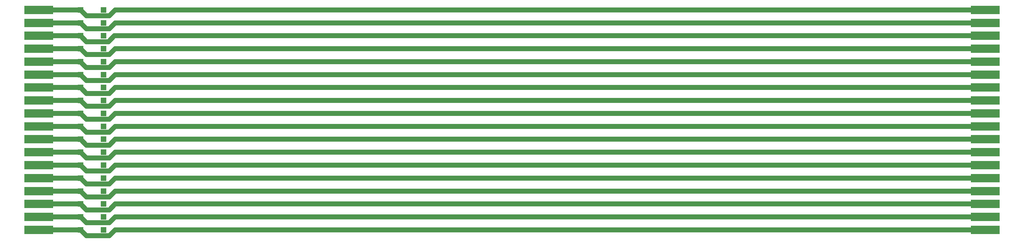
<source format=gbr>
%TF.GenerationSoftware,KiCad,Pcbnew,8.0.2*%
%TF.CreationDate,2024-05-25T20:43:41+02:00*%
%TF.ProjectId,Extender_36pin,45787465-6e64-4657-925f-333670696e2e,rev?*%
%TF.SameCoordinates,Original*%
%TF.FileFunction,Copper,L2,Bot*%
%TF.FilePolarity,Positive*%
%FSLAX46Y46*%
G04 Gerber Fmt 4.6, Leading zero omitted, Abs format (unit mm)*
G04 Created by KiCad (PCBNEW 8.0.2) date 2024-05-25 20:43:41*
%MOMM*%
%LPD*%
G01*
G04 APERTURE LIST*
%TA.AperFunction,ComponentPad*%
%ADD10R,1.700000X1.700000*%
%TD*%
%TA.AperFunction,SMDPad,CuDef*%
%ADD11R,8.800000X2.600000*%
%TD*%
%TA.AperFunction,Conductor*%
%ADD12C,1.500000*%
%TD*%
G04 APERTURE END LIST*
D10*
%TO.P,J9,1,Pin_1*%
%TO.N,/H*%
X78000000Y-143240000D03*
%TD*%
%TO.P,J8,1,Pin_1*%
%TO.N,/F*%
X78000000Y-147200000D03*
%TD*%
%TO.P,J23,1,Pin_1*%
%TO.N,/3*%
X85000000Y-159080000D03*
%TD*%
%TO.P,J25,1,Pin_1*%
%TO.N,/5*%
X85000000Y-151160000D03*
%TD*%
%TO.P,J7,1,Pin_1*%
%TO.N,/E*%
X78000000Y-151160000D03*
%TD*%
%TO.P,J30,1,Pin_1*%
%TO.N,/10*%
X85000000Y-131360000D03*
%TD*%
%TO.P,J31,1,Pin_1*%
%TO.N,/11*%
X85000000Y-127400000D03*
%TD*%
%TO.P,J29,1,Pin_1*%
%TO.N,/9*%
X85000000Y-135320000D03*
%TD*%
%TO.P,J26,1,Pin_1*%
%TO.N,/6*%
X85000000Y-147200000D03*
%TD*%
D11*
%TO.P,J1,A,Pin_A*%
%TO.N,/A*%
X65220000Y-167000000D03*
%TO.P,J1,B,Pin_B*%
%TO.N,/B*%
X65220000Y-163040000D03*
%TO.P,J1,C,Pin_C*%
%TO.N,/C*%
X65220000Y-159080000D03*
%TO.P,J1,D,Pin_D*%
%TO.N,/D*%
X65220000Y-155120000D03*
%TO.P,J1,E,Pin_E*%
%TO.N,/E*%
X65220000Y-151160000D03*
%TO.P,J1,F,Pin_F*%
%TO.N,/F*%
X65220000Y-147200000D03*
%TO.P,J1,H,Pin_H*%
%TO.N,/H*%
X65220000Y-143240000D03*
%TO.P,J1,J,Pin_J*%
%TO.N,/J*%
X65220000Y-139280000D03*
%TO.P,J1,K,Pin_K*%
%TO.N,/K*%
X65220000Y-135320000D03*
%TO.P,J1,L,Pin_L*%
%TO.N,/L*%
X65220000Y-131360000D03*
%TO.P,J1,M,Pin_M*%
%TO.N,/M*%
X65220000Y-127400000D03*
%TO.P,J1,N,Pin_N*%
%TO.N,/N*%
X65220000Y-123440000D03*
%TO.P,J1,P,Pin_P*%
%TO.N,/P*%
X65220000Y-119480000D03*
%TO.P,J1,R,Pin_R*%
%TO.N,/R*%
X65220000Y-115520000D03*
%TO.P,J1,S,Pin_S*%
%TO.N,/S*%
X65220000Y-111560000D03*
%TO.P,J1,T,Pin_T*%
%TO.N,/T*%
X65220000Y-107600000D03*
%TO.P,J1,U,Pin_U*%
%TO.N,/U*%
X65220000Y-103640000D03*
%TO.P,J1,V,Pin_V*%
%TO.N,/V*%
X65220000Y-99680000D03*
%TD*%
D10*
%TO.P,J3,1,Pin_1*%
%TO.N,/A*%
X78000000Y-167000000D03*
%TD*%
%TO.P,J35,1,Pin_1*%
%TO.N,/15*%
X85000000Y-111560000D03*
%TD*%
%TO.P,J12,1,Pin_1*%
%TO.N,/L*%
X78000000Y-131360000D03*
%TD*%
%TO.P,J14,1,Pin_1*%
%TO.N,/N*%
X78000000Y-123440000D03*
%TD*%
%TO.P,J27,1,Pin_1*%
%TO.N,/7*%
X85000000Y-143240000D03*
%TD*%
%TO.P,J16,1,Pin_1*%
%TO.N,/R*%
X78000000Y-115520000D03*
%TD*%
D11*
%TO.P,J2,A,Pin_A*%
%TO.N,/A*%
X354720000Y-167000000D03*
%TO.P,J2,B,Pin_B*%
%TO.N,/B*%
X354720000Y-163040000D03*
%TO.P,J2,C,Pin_C*%
%TO.N,/C*%
X354720000Y-159080000D03*
%TO.P,J2,D,Pin_D*%
%TO.N,/D*%
X354720000Y-155120000D03*
%TO.P,J2,E,Pin_E*%
%TO.N,/E*%
X354720000Y-151160000D03*
%TO.P,J2,F,Pin_F*%
%TO.N,/F*%
X354720000Y-147200000D03*
%TO.P,J2,H,Pin_H*%
%TO.N,/H*%
X354720000Y-143240000D03*
%TO.P,J2,J,Pin_J*%
%TO.N,/J*%
X354720000Y-139280000D03*
%TO.P,J2,K,Pin_K*%
%TO.N,/K*%
X354720000Y-135320000D03*
%TO.P,J2,L,Pin_L*%
%TO.N,/L*%
X354720000Y-131360000D03*
%TO.P,J2,M,Pin_M*%
%TO.N,/M*%
X354720000Y-127400000D03*
%TO.P,J2,N,Pin_N*%
%TO.N,/N*%
X354720000Y-123440000D03*
%TO.P,J2,P,Pin_P*%
%TO.N,/P*%
X354720000Y-119480000D03*
%TO.P,J2,R,Pin_R*%
%TO.N,/R*%
X354720000Y-115520000D03*
%TO.P,J2,S,Pin_S*%
%TO.N,/S*%
X354720000Y-111560000D03*
%TO.P,J2,T,Pin_T*%
%TO.N,/T*%
X354720000Y-107600000D03*
%TO.P,J2,U,Pin_U*%
%TO.N,/U*%
X354720000Y-103640000D03*
%TO.P,J2,V,Pin_V*%
%TO.N,/V*%
X354720000Y-99680000D03*
%TD*%
D10*
%TO.P,J38,1,Pin_1*%
%TO.N,/18*%
X85000000Y-99680000D03*
%TD*%
%TO.P,J20,1,Pin_1*%
%TO.N,/V*%
X78000000Y-99680000D03*
%TD*%
%TO.P,J17,1,Pin_1*%
%TO.N,/S*%
X78000000Y-111560000D03*
%TD*%
%TO.P,J28,1,Pin_1*%
%TO.N,/8*%
X85000000Y-139280000D03*
%TD*%
%TO.P,J32,1,Pin_1*%
%TO.N,/12*%
X85000000Y-123440000D03*
%TD*%
%TO.P,J15,1,Pin_1*%
%TO.N,/P*%
X78000000Y-119480000D03*
%TD*%
%TO.P,J37,1,Pin_1*%
%TO.N,/17*%
X85000000Y-103640000D03*
%TD*%
%TO.P,J4,1,Pin_1*%
%TO.N,/B*%
X78000000Y-163040000D03*
%TD*%
%TO.P,J13,1,Pin_1*%
%TO.N,/M*%
X78000000Y-127400000D03*
%TD*%
%TO.P,J10,1,Pin_1*%
%TO.N,/J*%
X78000000Y-139280000D03*
%TD*%
%TO.P,J36,1,Pin_1*%
%TO.N,/16*%
X85000000Y-107600000D03*
%TD*%
%TO.P,J18,1,Pin_1*%
%TO.N,/T*%
X78000000Y-107600000D03*
%TD*%
%TO.P,J5,1,Pin_1*%
%TO.N,/C*%
X78000000Y-159080000D03*
%TD*%
%TO.P,J22,1,Pin_1*%
%TO.N,/2*%
X85000000Y-163040000D03*
%TD*%
%TO.P,J34,1,Pin_1*%
%TO.N,/14*%
X85000000Y-115520000D03*
%TD*%
%TO.P,J21,1,Pin_1*%
%TO.N,/1*%
X85000000Y-167000000D03*
%TD*%
%TO.P,J24,1,Pin_1*%
%TO.N,/4*%
X85000000Y-155120000D03*
%TD*%
%TO.P,J33,1,Pin_1*%
%TO.N,/13*%
X85000000Y-119480000D03*
%TD*%
%TO.P,J19,1,Pin_1*%
%TO.N,/U*%
X78000000Y-103640000D03*
%TD*%
%TO.P,J11,1,Pin_1*%
%TO.N,/K*%
X78000000Y-135320000D03*
%TD*%
%TO.P,J6,1,Pin_1*%
%TO.N,/D*%
X78000000Y-155120000D03*
%TD*%
D12*
%TO.N,/A*%
X86780000Y-168800000D02*
X79800000Y-168800000D01*
X354720000Y-167000000D02*
X88580000Y-167000000D01*
X88580000Y-167000000D02*
X86780000Y-168800000D01*
X78000000Y-167000000D02*
X65220000Y-167000000D01*
X79800000Y-168800000D02*
X78000000Y-167000000D01*
%TO.N,/U*%
X78000000Y-103640000D02*
X65220000Y-103640000D01*
%TO.N,/T*%
X78000000Y-107600000D02*
X65220000Y-107600000D01*
%TO.N,/S*%
X78000000Y-111560000D02*
X65220000Y-111560000D01*
%TO.N,/R*%
X78000000Y-115520000D02*
X65220000Y-115520000D01*
%TO.N,/P*%
X78000000Y-119480000D02*
X65220000Y-119480000D01*
%TO.N,/N*%
X78000000Y-123440000D02*
X65220000Y-123440000D01*
%TO.N,/M*%
X78000000Y-127400000D02*
X65220000Y-127400000D01*
%TO.N,/L*%
X78000000Y-131360000D02*
X65220000Y-131360000D01*
%TO.N,/K*%
X78000000Y-135320000D02*
X65220000Y-135320000D01*
%TO.N,/J*%
X78000000Y-139280000D02*
X65220000Y-139280000D01*
%TO.N,/H*%
X78000000Y-143240000D02*
X65220000Y-143240000D01*
%TO.N,/F*%
X78000000Y-147200000D02*
X65220000Y-147200000D01*
%TO.N,/E*%
X78000000Y-151160000D02*
X65220000Y-151160000D01*
%TO.N,/D*%
X78000000Y-155120000D02*
X65220000Y-155120000D01*
%TO.N,/C*%
X78000000Y-159080000D02*
X65220000Y-159080000D01*
%TO.N,/B*%
X78000000Y-163040000D02*
X65220000Y-163040000D01*
X354720000Y-163040000D02*
X88600000Y-163040000D01*
X79800000Y-164840000D02*
X78000000Y-163040000D01*
X88600000Y-163040000D02*
X86800000Y-164840000D01*
X86800000Y-164840000D02*
X79800000Y-164840000D01*
%TO.N,/C*%
X354720000Y-159080000D02*
X88600000Y-159080000D01*
X86800000Y-160880000D02*
X79800000Y-160880000D01*
X88600000Y-159080000D02*
X86800000Y-160880000D01*
X79800000Y-160880000D02*
X78000000Y-159080000D01*
%TO.N,/D*%
X354720000Y-155120000D02*
X88600000Y-155120000D01*
X88600000Y-155120000D02*
X86800000Y-156920000D01*
X79800000Y-156920000D02*
X78000000Y-155120000D01*
X86800000Y-156920000D02*
X79800000Y-156920000D01*
%TO.N,/E*%
X354720000Y-151160000D02*
X88600000Y-151160000D01*
X86800000Y-152960000D02*
X79800000Y-152960000D01*
X88600000Y-151160000D02*
X86800000Y-152960000D01*
X79800000Y-152960000D02*
X78000000Y-151160000D01*
%TO.N,/F*%
X354720000Y-147200000D02*
X88600000Y-147200000D01*
X88600000Y-147200000D02*
X86800000Y-149000000D01*
X86800000Y-149000000D02*
X79800000Y-149000000D01*
X79800000Y-149000000D02*
X78000000Y-147200000D01*
%TO.N,/H*%
X354720000Y-143240000D02*
X88600000Y-143240000D01*
X88600000Y-143240000D02*
X86800000Y-145040000D01*
X86800000Y-145040000D02*
X79800000Y-145040000D01*
X79800000Y-145040000D02*
X78000000Y-143240000D01*
%TO.N,/J*%
X354720000Y-139280000D02*
X88600000Y-139280000D01*
X88600000Y-139280000D02*
X86800000Y-141080000D01*
X86800000Y-141080000D02*
X79800000Y-141080000D01*
X79800000Y-141080000D02*
X78000000Y-139280000D01*
%TO.N,/K*%
X354720000Y-135320000D02*
X88600000Y-135320000D01*
X86800000Y-137120000D02*
X79800000Y-137120000D01*
X88600000Y-135320000D02*
X86800000Y-137120000D01*
X79800000Y-137120000D02*
X78000000Y-135320000D01*
%TO.N,/L*%
X354720000Y-131360000D02*
X88600000Y-131360000D01*
X88600000Y-131360000D02*
X86800000Y-133160000D01*
X86800000Y-133160000D02*
X79800000Y-133160000D01*
X79800000Y-133160000D02*
X78000000Y-131360000D01*
%TO.N,/M*%
X354720000Y-127400000D02*
X88600000Y-127400000D01*
X88600000Y-127400000D02*
X86800000Y-129200000D01*
X86800000Y-129200000D02*
X79800000Y-129200000D01*
X79800000Y-129200000D02*
X78000000Y-127400000D01*
%TO.N,/N*%
X354720000Y-123440000D02*
X88600000Y-123440000D01*
X88600000Y-123440000D02*
X86800000Y-125240000D01*
X86800000Y-125240000D02*
X79800000Y-125240000D01*
X79800000Y-125240000D02*
X78000000Y-123440000D01*
%TO.N,/P*%
X354720000Y-119480000D02*
X88600000Y-119480000D01*
X88600000Y-119480000D02*
X86800000Y-121280000D01*
X86800000Y-121280000D02*
X79800000Y-121280000D01*
X79800000Y-121280000D02*
X78000000Y-119480000D01*
%TO.N,/R*%
X354720000Y-115520000D02*
X88600000Y-115520000D01*
X88600000Y-115520000D02*
X86800000Y-117320000D01*
X86800000Y-117320000D02*
X79700000Y-117320000D01*
X79700000Y-117320000D02*
X77900000Y-115520000D01*
%TO.N,/S*%
X354720000Y-111560000D02*
X88600000Y-111560000D01*
X88600000Y-111560000D02*
X86800000Y-113360000D01*
X86800000Y-113360000D02*
X79800000Y-113360000D01*
X79800000Y-113360000D02*
X78000000Y-111560000D01*
%TO.N,/T*%
X354720000Y-107600000D02*
X88370000Y-107600000D01*
X88370000Y-107600000D02*
X86570000Y-109400000D01*
X86570000Y-109400000D02*
X79800000Y-109400000D01*
X79800000Y-109400000D02*
X78000000Y-107600000D01*
%TO.N,/U*%
X354720000Y-103640000D02*
X88600000Y-103640000D01*
X88600000Y-103640000D02*
X86800000Y-105440000D01*
X86800000Y-105440000D02*
X79800000Y-105440000D01*
X79800000Y-105440000D02*
X78000000Y-103640000D01*
%TO.N,/V*%
X354720000Y-99680000D02*
X88600000Y-99680000D01*
X88600000Y-99680000D02*
X86800000Y-101480000D01*
X86800000Y-101480000D02*
X79800000Y-101480000D01*
X79800000Y-101480000D02*
X78000000Y-99680000D01*
X65220000Y-99680000D02*
X78000000Y-99680000D01*
%TD*%
M02*

</source>
